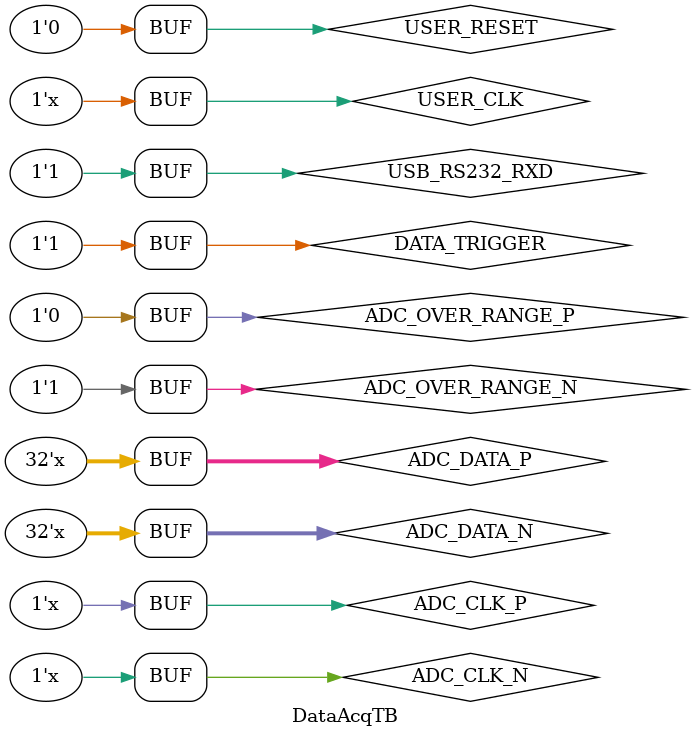
<source format=v>
`timescale 1ns / 1ps
module DataAcqTB(
    );

reg USB_RS232_RXD, USER_RESET, USER_CLK, DATA_TRIGGER, ADC_CALIB, ADC_OVER_RANGE_P, ADC_OVER_RANGE_N, ADC_CLK_P, ADC_CLK_N;
reg [31:0] ADC_DATA_P, ADC_DATA_N;

DataAcqTop UUT (
    .USB_RS232_RXD(USB_RS232_RXD), 
    .USB_RS232_TXD(USB_RS232_TXD), 
	 
    .USER_RESET(USER_RESET), 
    .USER_CLK(USER_CLK), 
    
	 .DATA_TRIGGER(DATA_TRIGGER), 
    
	 .ADC_SCLK(ADC_SCLK), 
    .ADC_SDATA(ADC_SDATA), 
    .ADC_POWER_DOWN(ADC_POWER_DOWN), 
    .ADC_RUN_CALIB(ADC_RUN_CALIB), 
    .ADC_CALIB(ADC_CALIB), 
    .ADC_SCS(ADC_SCS), 
    .ADC_EXTENDED_CONTROL(ADC_EXTENDED_CONTROL), 
    
	 .ADC_OVER_RANGE_P(ADC_OVER_RANGE_P), 
    .ADC_OVER_RANGE_N(ADC_OVER_RANGE_N), 
    
	 .ADC_CLK_P(ADC_CLK_P), 
    .ADC_CLK_N(ADC_CLK_N), 
    
	 .ADC_DATA_P(ADC_DATA_P), 
    .ADC_DATA_N(ADC_DATA_N)
    );

initial begin
	USER_RESET = 0;
	USER_CLK = 0;
	ADC_CLK_P = 1;
	ADC_CLK_N = 0;
	USB_RS232_RXD = 1;
	ADC_OVER_RANGE_P = 0;
	ADC_OVER_RANGE_N = 1;
	
	ADC_DATA_P[7:0] = 8'd0;
	ADC_DATA_P[15:8] = 8'd64;
	ADC_DATA_P[23:16] = 8'd128;
	ADC_DATA_P[31:24] = 8'd192;
	
	DATA_TRIGGER = 0;
	
	#10 USER_RESET = 1;
	#50 USER_RESET = 0;
	
	#200 DATA_TRIGGER = 1;
	
/**
	#1000 USB_RS232_RXD = 0;
	#1085 USB_RS232_RXD = 1;
	#1085 USB_RS232_RXD = 0;
	#5425 USB_RS232_RXD = 1;
	#1085 USB_RS232_RXD = 0;
	#1085 USB_RS232_RXD = 1;
**/
end

always begin
	#2 ADC_CLK_P = ~ADC_CLK_P;
	ADC_CLK_N = ~ADC_CLK_N;
end

always begin
	#12.5 USER_CLK = ~USER_CLK;
end

always begin
	#4 ADC_DATA_P[7:0] = ADC_DATA_P [7:0] + 1;
		ADC_DATA_P[15:8] = ADC_DATA_P [15:8] + 1;
		ADC_DATA_P[23:16] = ADC_DATA_P [23:16] + 1;
		ADC_DATA_P[31:24] = ADC_DATA_P [31:24] + 1;
		ADC_DATA_N[31:0] = ~ADC_DATA_P [31:0];
end
endmodule

</source>
